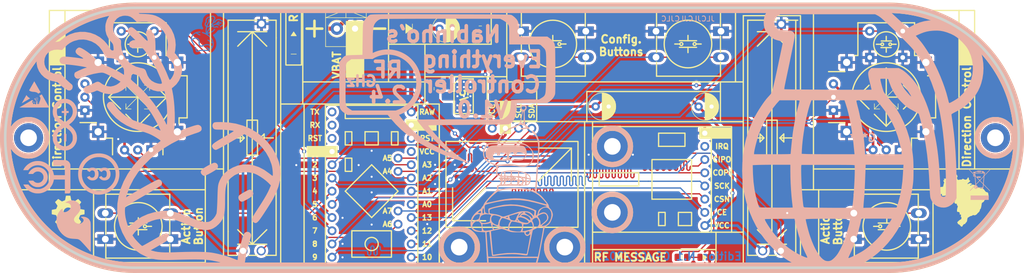
<source format=kicad_pcb>
(kicad_pcb (version 20211014) (generator pcbnew)
  (layers (0 "F.Cu" signal) (31 "B.Cu" signal) (34 "B.Paste" user) (35 "F.Paste" user) (36 "B.SilkS" user "B.Silkscreen") (37 "F.SilkS" user "F.Silkscreen") (38 "B.Mask" user) (39 "F.Mask" user) (44 "Edge.Cuts" user))
  (net 0 "")
  (net 1 "+5V")
  (net 2 "GND")
  (net 3 "VBUS")
  (net 4 "Net-(D1-Pad1)")
  (net 5 "Net-(D1-Pad2)")
  (net 6 "Net-(D3-Pad2)")
  (net 7 "CE")
  (net 8 "CSN")
  (net 9 "SCK")
  (net 10 "COPI")
  (net 11 "CIPO")
  (net 13 "SCL")
  (net 14 "SDA")
  (net 15 "LED1")
  (net 16 "SLIDER2")
  (net 17 "SLIDER1")
  (net 18 "BTN1")
  (net 19 "BTN2")
  (net 20 "BTN3")
  (net 21 "BTN4")
  (net 25 "J_BTN1")
  (net 26 "J_BTN2")
  (net 27 "JOY_X1")
  (net 28 "JOY_Y1")
  (net 29 "JOY_X2")
  (net 32 "JOY_Y2")
  (footprint "logos:brazil" (layer "F.Cu") (at 236.8 117.1)
    (fp_text reference "e")
    (fp_text value "LOGO" hide)
  )
  (footprint "Capacitor_THT:CP_Radial_D5.0mm_P2.50mm" (layer "F.Cu") (at 166.094888 99)
    (fp_text reference "C1")
    (fp_text value "0.1uF")
  )
  (footprint "logos:opensourceh" (layer "F.Cu") (at 64.6 119)
    (fp_text reference "Ge")
    (fp_text value "LOGO" hide)
  )
  (footprint "Capacitor_SMD:C_0805_2012Metric" (layer "F.Cu") (at 143.9 84 180)
    (fp_text reference "C5")
    (fp_text value "1uF")
  )
  (footprint "TEMT6000:Sparkfun_NRF24L01" (layer "F.Cu") (at 165.5 113 90)
    (fp_text reference "J1")
    (fp_text value "NRF24L01")
  )
  (footprint "MountingHole:MountingHole_3.2mm_M3_DIN965_Pad_TopBottom" (layer "F.Cu") (at 243 105)
    (fp_text reference "REF**")
    (fp_text value "MountingHole_3.2mm_M3_DIN965_Pad_TopBottom" hide)
  )
  (footprint "Potentiometer_THT:Potentiometer_Bourns_PTA3043_Single_Slide" (layer "F.Cu") (at 98.25 126.75 90)
    (fp_text reference "RV1")
    (fp_text value "Slider")
  )
  (footprint "Button_Switch_THT:SW_PUSH-12mm" (layer "F.Cu") (at 215.768396 119.503638)
    (fp_text reference "SW4")
    (fp_text value "SW_Push")
  )
  (footprint "LED_SMD:LED_0805_2012Metric" (layer "F.Cu") (at 108 85 -90)
    (fp_text reference "D1")
    (fp_text value "RED")
  )
  (footprint "Capacitor_SMD:C_0805_2012Metric" (layer "F.Cu") (at 134.5 95.55 90)
    (fp_text reference "C3")
    (fp_text value "1uF")
  )
  (footprint "TEMT6000:0.96_OLED" (layer "F.Cu") (at 150 103.1725)
    (fp_text reference "J2")
    (fp_text value "0.96_OLED")
  )
  (footprint "MountingHole:MountingHole_3.2mm_M3_DIN965_Pad_TopBottom" (layer "F.Cu") (at 57 105)
    (fp_text reference "REF**")
    (fp_text value "MountingHole_3.2mm_M3_DIN965_Pad_TopBottom" hide)
  )
  (footprint "Capacitor_THT:CP_Radial_D5.0mm_P2.50mm" (layer "F.Cu") (at 185.894888 99)
    (fp_text reference "C2")
    (fp_text value "0.1uF")
  )
  (footprint "LED_SMD:LED_0805_2012Metric" (layer "F.Cu") (at 187.1 128 180)
    (fp_text reference "D3")
    (fp_text value "RED")
  )
  (footprint "TEMT6000:Sparkfun_ProMini" (layer "F.Cu") (at 123 100.03)
    (fp_text reference "U1")
    (fp_text value "BB_ProMini")
  )
  (footprint "Diode_SMD:D_SMA" (layer "F.Cu") (at 130.2 84 180)
    (fp_text reference "D2")
    (fp_text value "SS34")
  )
  (footprint "Button_Switch_THT:SW_PUSH-12mm" (layer "F.Cu") (at 164.2 89.5 180)
    (fp_text reference "SW1")
    (fp_text value "SW_Push")
  )
  (footprint "Joystick:XDCR_COM-09032" (layer "F.Cu") (at 222 97.1725)
    (fp_text reference "U4")
    (fp_text value "Joystick")
  )
  (footprint "Button_Switch_THT:SW_PUSH-12mm" (layer "F.Cu") (at 190.2 89.496362 180)
    (fp_text reference "SW2")
    (fp_text value "SW_Push")
  )
  (footprint "Resistor_SMD:R_0805_2012Metric" (layer "F.Cu") (at 108 88.9 90)
    (fp_text reference "R1")
    (fp_text value "1k")
  )
  (footprint "Button_Switch_THT:SW_PUSH-12mm" (layer "F.Cu") (at 71.76 119.5)
    (fp_text reference "SW3")
    (fp_text value "SW_Push")
  )
  (footprint "logos:nabo" (layer "F.Cu") (at 91.5 85)
    (fp_text reference "G***")
    (fp_text value "LOGO" hide)
  )
  (footprint "Capacitor_THT:CP_Radial_D5.0mm_P2.50mm" (layer "F.Cu") (at 136.05 84)
    (fp_text reference "C4")
    (fp_text value "0.1uF")
  )
  (footprint "TerminalBlock_4Ucon:TerminalBlock_4Ucon_1x02_P3.50mm_Horizontal" (layer "F.Cu") (at 119.8 84 180)
    (fp_text reference "J3")
    (fp_text value "Conn_01x02")
  )
  (footprint "Package_TO_SOT_SMD:SOT-223-3_TabPin2" (layer "F.Cu") (at 140.7 97)
    (fp_text reference "U2")
    (fp_text value "AMS1117-5.0")
  )
  (footprint "Joystick:XDCR_COM-09032" (layer "F.Cu") (at 78 97.1725)
    (fp_text reference "U3")
    (fp_text value "Joystick")
  )
  (footprint "Resistor_SMD:R_0805_2012Metric" (layer "F.Cu") (at 182.7 128)
    (fp_text reference "R2")
    (fp_text value "1k")
  )
  (footprint "Potentiometer_THT:Potentiometer_Bourns_PTA3043_Single_Slide" (layer "F.Cu") (at 198.25 126.70037 90)
    (fp_text reference "RV2")
    (fp_text value "Slider")
  )
  (footprint "logos:sparkfun" (layer "B.Cu") (at 66 122 180)
    (fp_text reference "G***")
    (fp_text value "LOGO" hide)
  )
  (footprint "logos:fcc" (layer "B.Cu") (at 60.5 112.5 180)
    (fp_text reference "G***")
    (fp_text value "LOGO" hide)
  )
  (footprint "logos:esd_small" (layer "B.Cu") (at 58.1 96.65 180)
    (fp_text reference "G***")
    (fp_text value "LOGO" hide)
  )
  (footprint "logos:electronicgarbage_small" (layer "B.Cu") (at 239.95 113.95 180)
    (fp_text reference "G***")
    (fp_text value "LOGO" hide)
  )
  (footprint "logos:arduino" (layer "B.Cu") (at 64 102.5 90)
    (fp_text reference "G***")
    (fp_text value "LOGO" hide)
  )
  (footprint "logos:granada_grande" (layer "B.Cu") (at 217.5 105 180)
    (fp_text reference "G***")
    (fp_text value "LOGO" hide)
  )
  (footprint "logos:creative-commons" (layer "B.Cu") (at 70.5 112 180)
    (fp_text reference "G***")
    (fp_text value "LOGO" hide)
  )
  (footprint "logos:bender" (layer "B.Cu") (at 149.9 113.4 180)
    (fp_text reference "G***")
    (fp_text value "LOGO" hide)
  )
  (footprint "logos:nabo_grande" (layer "B.Cu") (at 82 105 180)
    (fp_text reference "G***")
    (fp_text value "LOGO" hide)
  )
  (footprint "logos:comic_balloon" (layer "B.Cu") (at 137.52662 95.6 180)
    (fp_text reference "G***")
    (fp_text value "LOGO" hide)
  )
  (gr_circle (center 160.15 126.05) (end 163.65 126.05) (layer "B.SilkS") (width 1) (fill none))
  (gr_circle (center 169.3 119.35) (end 172.8 119.35) (layer "B.SilkS") (width 1) (fill none))
  (gr_circle (center 169.3 106.65) (end 172.8 106.65) (layer "B.SilkS") (width 1) (fill none))
  (gr_line (start 77.5 130) (end 222.5 130) (layer "B.SilkS") (width 2))
  (gr_arc (start 222.5 80) (mid 247.5 105) (end 222.5 130) (layer "B.SilkS") (width 2))
  (gr_arc (start 77.5 130) (mid 52.5 105) (end 77.5 80) (layer "B.SilkS") (width 2))
  (gr_line (start 155.01 128.06) (end 154.61 129.56) (layer "B.SilkS") (width 0.3))
  (gr_line (start 222.5 80) (end 77.5 80) (layer "B.SilkS") (width 2))
  (gr_arc (start 123.02662 89.35) (mid 131.681167 92.32722) (end 127.27662 100.35) (layer "B.SilkS") (width 1))
  (gr_circle (center 139.85 126.05) (end 143.35 126.05) (layer "B.SilkS") (width 1) (fill none))
  (gr_line (start 145.3 128) (end 145.4 129.6) (layer "B.SilkS") (width 0.3))
  (gr_circle (center 57 105) (end 60.5 105) (layer "B.SilkS") (width 1) (fill none))
  (gr_circle (center 243 105) (end 246.5 105) (layer "B.SilkS") (width 1) (fill none))
  (gr_line (start 190.1 101.9) (end 194.5 101.9) (layer "F.SilkS") (width 0.25))
  (gr_line (start 165.5 123.16) (end 165.5 126.5) (layer "F.SilkS") (width 0.25))
  (gr_rect (start 64 91) (end 61 85) (layer "F.SilkS") (width 0.15) (fill solid))
  (gr_line (start 145.25 93.25) (end 133.25 93.25) (layer "F.SilkS") (width 0.25))
  (gr_line (start 126.25 94.25) (end 133.25 94.25) (layer "F.SilkS") (width 0.25))
  (gr_arc (start 222.5 80) (mid 247.5 105) (end 222.5 130) (layer "F.SilkS") (width 2))
  (gr_line (start 109.75 94.25) (end 109.75 98.5) (layer "F.SilkS") (width 0.25))
  (gr_circle (center 57 105) (end 60.5 105) (layer "F.SilkS") (width 1) (fill none))
  (gr_circle (center 169.3 119.35) (end 172.8 119.35) (layer "F.SilkS") (width 1) (fill none))
  (gr_line (start 165.5 102.84) (end 165.5 101.9) (layer "F.SilkS") (width 0.25))
  (gr_circle (center 243 105) (end 246.5 105) (layer "F.SilkS") (width 1) (fill none))
  (gr_line (start 110.5 84) (end 113.5 84) (layer "F.SilkS") (width 0.5))
  (gr_line (start 133.25 93.4) (end 133.25 87) (layer "F.SilkS") (width 0.25))
  (gr_rect (start 69.5 115) (end 91 129) (layer "F.SilkS") (width 0.25) (fill none))
  (gr_line (start 231 115) (end 231 111) (layer "F.SilkS") (width 0.25))
  (gr_line (start 122.6 84) (end 125.6 84) (layer "F.SilkS") (width 0.5))
  (gr_line (start 189.25 126.5) (end 189.25 123.15) (layer "F.SilkS") (width 0.25))
  (gr_line (start 69.5 115) (end 55.3 115) (layer "F.SilkS") (width 0.25))
  (gr_line (start 145.25 93.25) (end 149 93.25) (layer "F.SilkS") (width 0.25))
  (gr_line (start 190.1 96.1) (end 190.1 94.25) (layer "F.SilkS") (width 0.25))
  (gr_line (start 126.3 87) (end 146 87) (layer "F.SilkS") (width 0.25))
  (gr_rect (start 188.36 102.84) (end 192.25 123.16) (layer "F.SilkS") (width 0.25) (fill none))
  (gr_line (start 133.25 93.25) (end 133.25 98.475) (layer "F.SilkS") (width 0.25))
  (gr_line (start 193 94.25) (end 194.5 94.25) (layer "F.SilkS") (width 0.25))
  (gr_line (start 64 111) (end 64 80.5) (layer "F.SilkS") (width 0.25))
  (gr_rect (start 208 80.5) (end 239 111) (layer "F.SilkS") (width 0.25) (fill none))
  (gr_rect (start 145.25 98) (end 154.75 101.75) (layer "F.SilkS") (width 0.25) (fill none))
  (gr_line (start 61 111) (end 61 115) (layer "F.SilkS") (width 0.25))
  (gr_rect (start 231 129) (end 209 115) (layer "F.SilkS") (width 0.25) (fill none))
  (gr_line (start 77.5 130) (end 222.5 130) (layer "F.SilkS") (width 2))
  (gr_line (start 146 87) (end 146 80.9) (layer "F.SilkS") (width 0.25))
  (gr_line (start 222.4 80) (end 77.4 80) (layer "F.SilkS") (width 2))
  (gr_line (start 92 111) (end 94.5 111) (layer "F.SilkS") (width 0.25))
  (gr_rect (start 118.1 82.6) (end 121.5 93.4) (layer "F.SilkS") (width 0.15) (fill solid))
  (gr_rect (start 109.75 80.5) (end 126.25 94.25) (layer "F.SilkS") (width 0.25) (fill none))
  (gr_line (start 239 111) (end 246.2 111) (layer "F.SilkS") (width 0.25))
  (gr_rect (start 110 98.5) (end 136 129.5) (layer "F.SilkS") (width 0.25) (fill none))
  (gr_line (start 192.25 123.16) (end 194.5 123.16) (layer "F.SilkS") (width 0.25))
  (gr_line (start 209 115) (end 205.55 115) (layer "F.SilkS") (width 0.25))
  (gr_rect (start 164.4 96.1) (end 190.1 101.9) (layer "F.SilkS") (width 0.25) (fill none))
  (gr_circle (center 169.3 106.65) (end 172.8 106.65) (layer "F.SilkS") (width 1) (fill none))
  (gr_circle (center 139.85 126.05) (end 143.35 126.1) (layer "F.SilkS") (width 1) (fill none))
  (gr_line (start 154.75 98) (end 154.75 94.25) (layer "F.SilkS") (width 0.25))
  (gr_rect (start 239 91) (end 236 85) (layer "F.SilkS") (width 0.15) (fill solid))
  (gr_rect (start 149 80) (end 193 94.25) (layer "F.SilkS") (width 0.25) (fill none))
  (gr_line (start 236 80.5) (end 236 111) (layer "F.SilkS") (width 0.25))
  (gr_line (start 110 98.5) (end 105.5 98.5) (layer "F.SilkS") (width 0.25))
  (gr_line (start 112 85.5) (end 112 82.5) (layer "F.SilkS") (width 0.5))
  (gr_rect (start 109.5 91) (end 106.5 80.75) (layer "F.SilkS") (width 0.25) (fill none))
  (gr_rect (start 92 111) (end 61 80.5) (layer "F.SilkS") (width 0.25) (fill none))
  (gr_rect (start 165.5 126.5) (end 189.25 129.25) (layer "F.SilkS") (width 0.25) (fill none))
  (gr_rect (start 194.5 81.5) (end 205.5 129.5) (layer "F.SilkS") (width 0.25) (fill none))
  (gr_line (start 91 115) (end 91 111) (layer "F.SilkS") (width 0.25))
  (gr_line (start 145.25 98) (end 145.25 93.25) (layer "F.SilkS") (width 0.25))
  (gr_line (start 208 111) (end 208 115) (layer "F.SilkS") (width 0.25))
  (gr_rect (start 94.5 80.5) (end 105.5 129.5) (layer "F.SilkS") (width 0.25) (fill none))
  (gr_circle (center 160.15 126.05) (end 163.65 126.05) (layer "F.SilkS") (width 1) (fill none))
  (gr_arc (start 77.5 130) (mid 52.5 105) (end 77.5 80) (layer "F.SilkS") (width 2))
  (gr_line (start 164.4 101.9) (end 163.9 101.9025) (layer "F.SilkS") (width 0.25))
  (gr_line (start 222.5 80) (end 77.5 80) (layer "Edge.Cuts") (width 0.5))
  (gr_line (start 77.5 130) (end 222.5 130) (layer "Edge.Cuts") (width 0.5))
  (gr_arc (start 222.5 80) (mid 247.5 105) (end 222.5 130) (layer "Edge.Cuts") (width 0.5))
  (gr_arc (start 77.5 130) (mid 52.5 105) (end 77.5 80) (layer "Edge.Cuts") (width 0.5))
  (gr_text "Edition N.1 09/01/2023" (at 180 127.8) (layer "B.Cu") (effects (font (size 1.5 1.5) (thickness 0.3)) (justify mirror)))
  (gr_text "V1.0" (at 144.3 99.6) (layer "B.SilkS") (effects (font (size 3 3) (thickness 0.7)) (justify mirror)))
  (gr_text "Everything\nController" (at 144.27662 92.35) (layer "B.SilkS") (effects (font (size 3 3) (thickness 0.7)) (justify mirror)))
  (gr_text "RF\n2.4" (at 126.1 94.35) (layer "B.SilkS") (effects (font (size 3 3) (thickness 0.7)) (justify mirror)))
  (gr_text "Nabinho's" (at 136.77662 85.1) (layer "B.SilkS") (effects (font (size 3 3) (thickness 0.7)) (justify mirror)))
  (gr_text "JLCJLCJLCJLC" (at 183.85 82.1) (layer "B.SilkS") (effects (font (size 1 1)) (justify mirror)))
  (gr_text "GHz" (at 121.02662 94.1) (layer "B.SilkS") (effects (font (size 2 2) (thickness 0.5)) (justify mirror)))
  (gr_text "Action\nButton" (at 88.5 122 90) (layer "F.SilkS") (effects (font (size 1.5 1.5) (thickness 0.35))))
  (gr_text "Direction Control" (at 62.5 101 90) (layer "F.SilkS") (effects (font (size 1.5 1.5) (thickness 0.35))))
  (gr_text "Config.\nButtons" (at 171 87.25) (layer "F.SilkS") (effects (font (size 1.5 1.5) (thickness 0.35))))
  (gr_text "RF MESSAGE" (at 172.75 128) (layer "F.SilkS") (effects (font (size 1.5 1.5) (thickness 0.35))))
  (gr_text "13" (at 133.65 120.35) (layer "F.SilkS") (effects (font (size 1 1) (thickness 0.25))))
  (gr_text "Action\nButton" (at 211.5 122 90) (layer "F.SilkS") (effects (font (size 1.5 1.5) (thickness 0.35))))
  (gr_text "VBAT" (at 116.3 91 90) (layer "F.SilkS") (effects (font (size 1.5 1.5) (thickness 0.35))))
  (gr_text "R" (at 108 82 90) (layer "F.SilkS") (effects (font (size 1.5 1.5) (thickness 0.35))))
  (gr_text "12" (at 133.65 122.9) (layer "F.SilkS") (effects (font (size 1 1) (thickness 0.25))))
  (gr_text "Direction Control" (at 237.5 101 90) (layer "F.SilkS") (effects (font (size 1.5 1.5) (thickness 0.35))))
  (segment (start 192.42 105.53) (end 183.47 96.58) (width 0.5) (layer "F.Cu") (net 1))
  (segment (start 198.224292 126.75) (end 217.644292 107.33) (width 0.5) (layer "F.Cu") (net 1))
  (segment (start 150.375282 98.984718) (end 146.19 103.17) (width 0.5) (layer "F.Cu") (net 1))
  (segment (start 219.46 102.25) (end 211.84 94.63) (width 0.5) (layer "F.Cu") (net 1))
  (segment (start 166.093556 98.984718) (end 150.375282 98.984718) (width 0.5) (layer "F.Cu") (net 1))
  (segment (start 75.46 102.25) (end 67.84 94.63) (width 0.5) (layer "F.Cu") (net 1))
  (segment (start 75.46 107.3325) (end 75.46 102.25) (width 0.5) (layer "F.Cu") (net 1))
  (segment (start 217.644292 107.33) (end 219.46 107.33) (width 0.5) (layer "F.Cu") (net 1))
  (segment (start 144.85 92.83) (end 144.85 93.93) (width 0.5) (layer "F.Cu") (net 1))
  (segment (start 168.498274 96.58) (end 166.093556 98.984718) (width 0.5) (layer "F.Cu") (net 1))
  (segment (start 183.47 96.58) (end 168.498274 96.58) (width 0.5) (layer "F.Cu") (net 1))
  (segment (start 144.85 84) (end 144.85 92.83) (width 0.5) (layer "F.Cu") (net 1))
  (segment (start 146.19 103.1725) (end 146.19 101.69) (width 0.5) (layer "F.Cu") (net 1))
  (segment (start 219.46 107.3325) (end 219.46 102.25) (width 0.5) (layer "F.Cu") (net 1))
  (segment (start 146.19 101.69) (end 144.31 99.81) (width 0.5) (layer "F.Cu") (net 1))
  (segment (start 192.42 115.65) (end 192.42 105.53) (width 0.5) (layer "F.Cu") (net 1))
  (via (at 192.42 115.65) (size 0.8) (drill 0.4) (layers "F.Cu" "B.Cu") (net 1))
  (via (at 140.75 98.75) (size 0.8) (drill 0.4) (layers "F.Cu" "B.Cu") (net 1))
  (via (at 142 95.25) (size 0.8) (drill 0.4) (layers "F.Cu" "B.Cu") (net 1))
  (via (at 139.5 99.75) (size 0.8) (drill 0.4) (layers "F.Cu" "B.Cu") (net 1))
  (via (at 140.75 97) (size 0.8) (drill 0.4) (layers "F.Cu" "B.Cu") (net 1))
  (via (at 139.5 97) (size 0.8) (drill 0.4) (layers "F.Cu" "B.Cu") (net 1))
  (via (at 139.5 98.75) (size 0.8) (drill 0.4) (layers "F.Cu" "B.Cu") (net 1))
  (via (at 140.75 95.25) (size 0.8) (drill 0.4) (layers "F.Cu" "B.Cu") (net 1))
  (via (at 142 94.25) (size 0.8) (drill 0.4) (layers "F.Cu" "B.Cu") (net 1))
  (via (at 144.85 92.83) (size 0.8) (drill 0.4) (layers "F.Cu" "B.Cu") (net 1))
  (via (at 140.75 94.25) (size 0.8) (drill 0.4) (layers "F.Cu" "B.Cu") (net 1))
  (via (at 142 98.75) (size 0.8) (drill 0.4) (layers "F.Cu" "B.Cu") (net 1))
  (via (at 139.5 94.25) (size 0.8) (drill 0.4) (layers "F.Cu" "B.Cu") (net 1))
  (via (at 140.75 99.75) (size 0.8) (drill 0.4) (layers "F.Cu" "B.Cu") (net 1))
  (via (at 142 99.75) (size 0.8) (drill 0.4) (layers "F.Cu" "B.Cu") (net 1))
  (via (at 139.5 95.25) (size 0.8) (drill 0.4) (layers "F.Cu" "B.Cu") (net 1))
  (via (at 142 97) (size 0.8) (drill 0.4) (layers "F.Cu" "B.Cu") (net 1))
  (segment (start 98.25 110.32) (end 115.74 92.83) (width 0.5) (layer "B.Cu") (net 1))
  (segment (start 98.25 126.75) (end 94.87 126.75) (width 0.5) (layer "B.Cu") (net 1))
  (segment (start 192.42 115.65) (end 192.42 116.56) (width 0.5) (layer "B.Cu") (net 1))
  (segment (start 192.42 116.56) (end 187.09 121.89) (width 0.5) (layer "B.Cu") (net 1))
  (segment (start 115.74 92.83) (end 144.85 92.83) (width 0.5) (layer "B.Cu") (net 1))
  (segment (start 193.36 121.89) (end 198.22 126.75) (width 0.5) (layer "B.Cu") (net 1))
  (segment (start 98.25 110.32) (end 98.25 126.75) (width 0.5) (layer "B.Cu") (net 1))
  (segment (start 75.46 107.34) (end 75.46 107.33) (width 0.5) (layer "B.Cu") (net 1))
  (segment (start 94.87 126.75) (end 75.46 107.34) (width 0.5) (layer "B.Cu") (net 1))
  (segment (start 187.09 121.89) (end 193.36 121.89) (width 0.5) (layer "B.Cu") (net 1))
  (via (at 123 115.5) (size 0.8) (drill 0.4) (layers "F.Cu" "B.Cu") (net 2))
  (via (at 108.5 110.25) (size 0.8) (drill 0.4) (layers "F.Cu" "B.Cu") (net 2))
  (via (at 139 110.2) (size 0.8) (drill 0.4) (layers "F.Cu" "B.Cu") (net 2))
  (via (at 173.25 108.25) (size 0.8) (drill 0.4) (layers "F.Cu" "B.Cu") (net 2))
  (via (at 117.4 120.4) (size 0.8) (drill 0.4) (layers "F.Cu" "B.Cu") (net 2))
  (via (at 138 107.5) (size 0.8) (drill 0.4) (layers "F.Cu" "B.Cu") (net 2))
  (via (at 123 112.5) (size 0.8) (drill 0.4) (layers "F.Cu" "B.Cu") (net 2))
  (via (at 133.7 121.6) (size 0.8) (drill 0.4) (layers "F.Cu" "B.Cu") (net 2))
  (via (at 117.4 125.4) (size 0.8) (drill 0.4) (layers "F.Cu" "B.Cu") (net 2))
  (via (at 135.2 113.9) (size 0.8) (drill 0.4) (layers "F.Cu" "B.Cu") (net 2))
  (via (at 123 121.7) (size 0.8) (drill 0.4) (layers "F.Cu" "B.Cu") (net 2))
  (via (at 123 107.5) (size 0.8) (drill 0.4) (layers "F.Cu" "B.Cu") (net 2))
  (via (at 74.25 105.25) (size 0.8) (drill 0.4) (layers "F.Cu" "B.Cu") (net 2))
  (via (at 120.5 110.25) (size 0.8) (drill 0.4) (layers "F.Cu" "B.Cu") (net 2))
  (via (at 139.8 113) (size 0.8) (drill 0.4) (layers "F.Cu" "B.Cu") (net 2))
  (via (at 135.2 110.2) (size 0.8) (drill 0.4) (layers "F.Cu" "B.Cu") (net 2))
  (via (at 164.75 108.25) (size 0.8) (drill 0.4) (layers "F.Cu" "B.Cu") (net 2))
  (via (at 136.75 129) (size 0.8) (drill 0.4) (layers "F.Cu" "B.Cu") (net 2))
  (via (at 117.4 128) (size 0.8) (drill 0.4) (layers "F.Cu" "B.Cu") (net 2))
  (segment (start 130.62 85.58) (end 132.2 84) (width 0.8) (layer "F.Cu") (net 3))
  (segment (start 133.875 97.135) (end 133.995 97.015) (width 0.8) (layer "F.Cu") (net 3))
  (segment (start 133.995 97.015) (end 134.945 97.015) (width 0.8) (layer "F.Cu") (net 3))
  (segment (start 137.3 99.3) (end 137.23 99.3) (width 0.8) (layer "F.Cu") (net 3))
  (segment (start 133.875 97.135) (end 134.5 96.51) (width 0.8) (layer "F.Cu") (net 3))
  (segment (start 134.945 97.015) (end 134.5 96.57) (width 0.8) (layer "F.Cu") (net 3))
  (segment (start 130.62 100.03) (end 130.62 85.58) (width 0.8) (layer "F.Cu") (net 3))
  (segment (start 134.5 96.51) (end 134.5 96.5) (width 0.8) (layer "F.Cu") (net 3))
  (segment (start 132.2 84) (end 136.05 84) (width 0.8) (layer "F.Cu") (net 3))
  (segment (start 130.98 100.03) (end 133.875 97.135) (width 0.8) (layer "F.Cu") (net 3))
  (segment (start 130.62 100.03) (end 130.98 100.03) (width 0.8) (layer "F.Cu") (net 3))
  (segment (start 134.5 96.57) (end 134.5 96.5) (width 0.8) (layer "F.Cu") (net 3))
  (segment (start 137.23 99.3) (end 134.945 97.015) (width 0.8) (layer "F.Cu") (net 3))
  (segment (start 137.55 99.3) (end 137.3 99.3) (width 0.25) (layer "F.Cu") (net 3))
  (segment (start 119.375 80.925) (end 125.125 80.925) (width 0.8) (layer "F.Cu") (net 4))
  (segment (start 116.3 84) (end 119.375 80.925) (width 0.8) (layer "F.Cu") (net 4))
  (segment (start 125.125 80.925) (end 128.2 84) (width 0.8) (layer "F.Cu") (net 4))
  (segment (start 116.3 84) (end 108 84) (width 0.8) (layer "F.Cu") (net 4))
  (segment (start 108 85.9375) (end 108 87.99) (width 0.8) (layer "F.Cu") (net 5))
  (segment (start 183.6125 128) (end 186.16 128) (width 0.25) (layer "F.Cu") (net 6))
  (segment (start 122.85 127) (end 122.85 126.109777) (width 0.25) (layer "B.Cu") (net 7))
  (segment (start 123.45 126.109777) (end 123.45 126.7) (width 0.25) (layer "B.Cu") (net 7))
  (segment (start 182.4 114.66) (end 187.09 119.35) (width 0.25) (layer "B.Cu") (net 7))
  (segment (start 115.38 127.97) (end 116.65 126.7) (width 0.25) (layer "B.Cu") (net 7))
  (segment (start 124.05 127.290223) (end 124.05 126.7) (width 0.25) (layer "B.Cu") (net 7))
  (segment (start 125.809038 126.7) (end 132.8 126.7) (width 0.25) (layer "B.Cu") (net 7))
  (segment (start 123.45 126.7) (end 123.45 127.290223) (width 0.25) (layer "B.Cu") (net 7))
  (segment (start 122.85 127.290223) (end 122.85 127) (width 0.25) (layer "B.Cu") (net 7))
  (segment (start 116.65 126.7) (end 121.95 126.7) (width 0.25) (layer "B.Cu") (net 7))
  (segment (start 124.65 126.109777) (end 124.65 126.4) (width 0.25) (layer "B.Cu") (net 7))
  (segment (start 122.25 127) (end 122.25 127.290223) (width 0.25) (layer "B.Cu") (net 7))
  (segment (start 144.84 114.66) (end 182.4 114.66) (width 0.25) (layer "B.Cu") (net 7))
  (segment (start 124.95 126.7) (end 125.809038 126.7) (width 0.25) (layer "B.Cu") (net 7))
  (segment (start 132.8 126.7) (end 144.84 114.66) (width 0.25) (layer "B.Cu") (net 7))
  (segment (start 124.05 126.7) (end 124.05 126.109777) (width 0.25) (layer "B.Cu") (net 7))
  (arc (start 123.75 127.590223) (mid 123.962132 127.502355) (end 124.05 127.290223) (width 0.25) (layer "B.Cu") (net 7))
  (arc (start 122.85 126.109777) (mid 122.937868 125.897645) (end 123.15 125.809777) (width 0.25) (layer "B.Cu") (net 7))
  (arc (start 124.05 126.109777) (mid 124.137868 125.897645) (end 124.35 125.809777) (width 0.25) (layer "B.Cu") (net 7))
  (arc (start 123.45 127.290223) (mid 123.537868 127.502355) (end 123.75 127.590223) (width 0.25) (layer "B.Cu") (net 7))
  (arc (start 122.55 127.590223) (mid 122.762132 127.502355) (end 122.85 127.290223) (width 0.25) (layer "B.Cu") (net 7))
  (arc (start 124.65 126.4) (mid 124.737868 126.612132) (end 124.95 126.7) (width 0.25) (layer "B.Cu") (net 7))
  (arc (start 121.95 126.7) (mid 122.162132 126.787868) (end 122.25 127) (width 0.25) (layer "B.Cu") (net 7))
  (arc (start 122.25 127.290223) (mid 122.337868 127.502355) (end 122.55 127.590223) (width 0.25) (layer "B.Cu") (net 7))
  (arc (start 123.15 125.809777) (mid 123.362132 125.897645) (end 123.45 126.109777) (width 0.25) (layer "B.Cu") (net 7))
  (arc (start 124.35 125.809777) (mid 124.562132 125.897645) (end 124.65 126.109777) (width 0.25) (layer "B.Cu") (net 7))
  (segment (start 186.06 115.78) (end 187.09 116.81) (width 0.25) (layer "F.Cu") (net 8))
  (segment (start 156.08 115.78) (end 156.08 115.11868) (width 0.25) (layer "F.Cu") (net 8))
  (segment (start 157.88 115.11868) (end 157.88 115.48) (width 0.25) (layer "F.Cu") (net 8))
  (segment (start 152.48 116.44132) (end 152.48 115.78) (width 0.25) (layer "F.Cu") (net 8))
  (segment (start 133.12 127.97) (end 145.31 115.78) (width 0.25) (layer "F.Cu") (net 8))
  (segment (start 158.18 115.78) (end 186.06 115.78) (width 0.25) (layer "F.Cu") (net 8))
  (segment (start 150.08 116.44132) (end 150.08 116.08) (width 0.25) (layer "F.Cu") (net 8))
  (segment (start 130.62 127.97) (end 133.12 127.97) (width 0.25) (layer "F.Cu") (net 8))
  (segment (start 145.31 115.78) (end 149.18 115.78) (width 0.25) (layer "F.Cu") (net 8))
  (segment (start 155.48 115.78) (end 155.48 116.44132) (width 0.25) (layer "F.Cu") (net 8))
  (segment (start 156.08 116.44132) (end 156.08 115.78) (width 0.25) (layer "F.Cu") (net 8))
  (segment (start 151.88 115.11868) (end 151.88 115.78) (width 0.25) (layer "F.Cu") (net 8))
  (segment (start 151.28 115.78) (end 151.28 115.11868) (width 0.25) (layer "F.Cu") (net 8))
  (segment (start 153.08 115.11868) (end 153.08 115.78) (width 0.25) (layer "F.Cu") (net 8))
  (segment (start 151.28 116.44132) (end 151.28 115.78) (width 0.25) (layer "F.Cu") (net 8))
  (segment (start 154.88 115.78) (end 154.88 115.11868) (width 0.25) (layer "F.Cu") (net 8))
  (segment (start 156.68 115.78) (end 156.68 116.44132) (width 0.25) (layer "F.Cu") (net 8))
  (segment (start 149.48 116.08) (end 149.48 116.44132) (width 0.25) (layer "F.Cu") (net 8))
  (segment (start 156.68 115.11868) (end 156.68 115.78) (width 0.25) (layer "F.Cu") (net 8))
  (segment (start 154.28 115.78) (end 154.28 116.44132) (width 0.25) (layer "F.Cu") (net 8))
  (segment (start 152.48 115.78) (end 152.48 115.11868) (width 0.25) (layer "F.Cu") (net 8))
  (segment (start 153.68 116.44132) (end 153.68 115.78) (width 0.25) (layer "F.Cu") (net 8))
  (segment (start 154.28 115.11868) (end 154.28 115.78) (width 0.25) (layer "F.Cu") (net 8))
  (segment (start 154.88 116.44132) (end 154.88 115.78) (width 0.25) (layer "F.Cu") (net 8))
  (segment (start 153.68 115.78) (end 153.68 115.11868) (width 0.25) (layer "F.Cu") (net 8))
  (segment (start 151.88 115.78) (end 151.88 116.44132) (width 0.25) (layer "F.Cu") (net 8))
  (segment (start 150.08 116.08) (end 150.08 115.11868) (width 0.25) (layer "F.Cu") (net 8))
  (segment (start 155.48 115.11868) (end 155.48 115.78) (width 0.25) (layer "F.Cu") (net 8))
  (segment (start 150.68 115.78) (end 150.68 116.44132) (width 0.25) (layer "F.Cu") (net 8))
  (segment (start 153.08 115.78) (end 153.08 116.44132) (width 0.25) (layer "F.Cu") (net 8))
  (segment (start 157.28 115.78) (end 157.28 115.11868) (width 0.25) (layer "F.Cu") (net 8))
  (segment (start 157.28 116.44132) (end 157.28 115.78) (width 0.25) (layer "F.Cu") (net 8))
  (segment (start 150.68 115.11868) (end 150.68 115.78) (width 0.25) (layer "F.Cu") (net 8))
  (arc (start 157.88 115.48) (mid 157.967868 115.692132) (end 158.18 115.78) (width 0.25) (layer "F.Cu") (net 8))
  (arc (start 153.98 114.81868) (mid 154.192132 114.906548) (end 154.28 115.11868) (width 0.25) (layer "F.Cu") (net 8))
  (arc (start 150.08 115.11868) (mid 150.167868 114.906548) (end 150.38 114.81868) (width 0.25) (layer "F.Cu") (net 8))
  (arc (start 156.38 114.81868) (mid 156.592132 114.906548) (end 156.68 115.11868) (width 0.25) (layer "F.Cu") (net 8))
  (arc (start 154.28 116.44132) (mid 154.367868 116.653452) (end 154.58 116.74132) (width 0.25) (layer "F.Cu") (net 8))
  (arc (start 152.78 114.81868) (mid 152.992132 114.906548) (end 153.08 115.11868) (width 0.25) (layer "F.Cu") (net 8))
  (arc (start 150.68 116.44132) (mid 150.767868 116.653452) (end 150.98 116.74132) (width 0.25) (layer "F.Cu") (net 8))
  (arc (start 152.48 115.11868) (mid 152.567868 114.906548) (end 152.78 114.81868) (width 0.25) (layer "F.Cu") (net 8))
  (arc (start 156.98 116.74132) (mid 157.192132 116.653452) (end 157.28 116.44132) (width 0.25) (layer "F.Cu") (net 8))
  (arc (start 151.88 116.44132) (mid 151.967868 116.653452) (end 152.18 116.74132) (width 0.25) (layer "F.Cu") (net 8))
  (arc (start 150.98 116.74132) (mid 151.192132 116.653452) (end 151.28 116.44132) (width 0.25) (layer "F.Cu") (net 8))
  (arc (start 156.08 115.11868) (mid 156.167868 114.906548) (end 156.38 114.81868) (width 0.25) (layer "F.Cu") (net 8))
  (arc (start 153.68 115.11868) (mid 153.767868 114.906548) (end 153.98 114.81868) (width 0.25) (layer "F.Cu") (net 8))
  (arc (start 155.78 116.74132) (mid 155.992132 116.653452) (end 156.08 116.44132) (width 0.25) (layer "F.Cu") (net 8))
  (arc (start 152.18 116.74132) (mid 152.392132 116.653452) (end 152.48 116.44132) (width 0.25) (layer "F.Cu") (net 8))
  (arc (start 149.48 116.44132) (mid 149.567868 116.653452) (end 149.78 116.74132) (width 0.25) (layer "F.Cu") (net 8))
  (arc (start 150.38 114.81868) (mid 150.592132 114.906548) (end 150.68 115.11868) (width 0.25) (layer "F.Cu") (net 8))
  (arc (start 151.58 114.81868) (mid 151.792132 114.906548) (end 151.88 115.11868) (width 0.25) (layer "F.Cu") (net 8))
  (arc (start 155.48 116.44132) (mid 155.567868 116.653452) (end 155.78 116.74132) (width 0.25) (layer "F.Cu") (net 8))
  (arc (start 154.88 115.11868) (mid 154.967868 114.906548) (end 155.18 114.81868) (width 0.25) (layer "F.Cu") (net 8))
  (arc (start 149.18 115.78) (mid 149.392132 115.867868) (end 149.48 116.08) (width 0.25) (layer "F.Cu") (net 8))
  (arc (start 153.08 116.44132) (mid 153.167868 116.653452) (end 153.38 116.74132) (width 0.25) (layer "F.Cu") (net 8))
  (arc (start 149.78 116.74132) (mid 149.992132 116.653452) (end 150.08 116.44132) (width 0.25) (layer "F.Cu") (net 8))
  (arc (start 157.58 114.81868) (mid 157.792132 114.906548) (end 157.88 115.11868) (width 0.25) (layer "F.Cu") (net 8))
  (arc (start 155.18 114.81868) (mid 155.392132 114.906548) (end 155.48 115.11868) (width 0.25) (layer "F.Cu") (net 8))
  (arc (start 154.58 116.74132) (mid 154.792132 116.653452) (end 154.88 116.44132) (width 0.25) (layer "F.Cu") (net 8))
  (arc (start 157.28 115.11868) (mid 157.367868 114.906548) (end 157.58 114.81868) (width 0.25) (layer "F.Cu") (net 8))
  (arc (start 151.28 115.11868) (mid 151.367868 114.906548) (end 151.58 114.81868) (width 0.25) (layer "F.Cu") (net 8))
  (arc (start 153.38 116.74132) (mid 153.592132 116.653452) (end 153.68 116.44132) (width 0.25) (layer "F.Cu") (net 8))
  (arc (start 156.68 116.44132) (mid 156.767868 116.653452) (end 156.98 116.74132) (width 0.25) (layer "F.Cu") (net 8))
  (segment (start 157.49 112.66) (end 157.49 113.36) (width 0.25) (layer "B.Cu") (net 9))
  (segment (start 138.24 120.35) (end 145.23 113.36) (width 0.25) (layer "B.Cu") (net 9))
  (segment (start 161.09 113.36) (end 161.09 113.91) (width 0.25) (layer "B.Cu") (net 9))
  (segment (start 155.69 113.66) (end 155.69 112.66) (width 0.25) (layer "B.Cu") (net 9))
  (segment (start 162.89 113.91) (end 162.89 113.36) (width 0.25) (layer "B.Cu") (net 9))
  (segment (start 159.89 112.66) (end 159.89 113.36) (width 0.25) (layer "B.Cu") (net 9))
  (segment (start 162.89 113.36) (end 162.89 112.66) (width 0.25) (layer "B.Cu") (net 9))
  (segment (start 164.69 112.66) (end 164.69 113.06) (width 0.25) (layer "B.Cu") (net 9))
  (segment (start 156.29 112.66) (end 156.29 113.36) (width 0.25) (layer "B.Cu") (net 9))
  (segment (start 162.29 112.66) (end 162.29 113.36) (width 0.25) (layer "B.Cu") (net 9))
  (segment (start 187.09 114.27) (end 187.1 114.26) (width 0.25) (layer "B.Cu") (net 9))
  (segment (start 155.69 113.91) (end 155.69 113.66) (width 0.25) (layer "B.Cu") (net 9))
  (segment (start 164.99 113.36) (end 176.222392 113.36) (width 0.25) (layer "B.Cu") (net 9))
  (segment (start 161.69 113.36) (end 161.69 112.66) (width 0.25) (layer "B.Cu") (net 9))
  (segment (start 160.49 113.36) (end 160.49 112.66) (width 0.25) (layer "B.Cu") (net 9))
  (segment (start 164.09 113.36) (end 164.09 112.66) (width 0.25) (layer "B.Cu") (net 9))
  (segment (start 162.29 113.36) (end 162.29 113.91) (width 0.25) (layer "B.Cu") (net 9))
  (segment (start 160.49 113.91) (end 160.49 113.36) (width 0.25) (layer "B.Cu") (net 9))
  (segment (start 159.29 113.36) (end 159.29 112.66) (width 0.25) (layer "B.Cu") (net 9))
  (segment (start 158.09 113.36) (end 158.09 112.66) (width 0.25) (layer "B.Cu") (net 9))
  (segment (start 157.49 113.36) (end 157.49 113.91) (width 0.25) (layer "B.Cu") (net 9))
  (segment (start 130.62 120.35) (end 138.24 120.35) (width 0.25) (layer "B.Cu") (net 9))
  (segment (start 163.49 113.36) (end 163.49 113.91) (width 0.25) (layer "B.Cu") (net 9))
  (segment (start 186.18 113.36) (end 187.09 114.27) (width 0.25) (layer "B.Cu") (net 9))
  (segment (start 155.09 113.66) (end 155.09 113.91) (width 0.25) (layer "B.Cu") (net 9))
  (segment (start 163.49 112.66) (end 163.49 113.36) (width 0.25) (layer "B.Cu") (net 9))
  (segment (start 158.69 112.66) (end 158.69 113.36) (width 0.25) (layer "B.Cu") (net 9))
  (segment (start 159.29 113.91) (end 159.29 113.36) (width 0.25) (layer "B.Cu") (net 9))
  (segment (start 176.222392 113.36) (end 186.18 113.36) (width 0.25) (layer "B.Cu") (net 9))
  (segment (start 161.09 112.66) (end 161.09 113.36) (width 0.25) (layer "B.Cu") (net 9))
  (segment (start 156.89 113.36) (end 156.89 112.66) (width 0.25) (layer "B.Cu") (net 9))
  (segment (start 158.69 113.36) (end 158.69 113.91) (width 0.25) (layer "B.Cu") (net 9))
  (segment (start 161.69 113.91) (end 161.69 113.36) (width 0.25) (layer "B.Cu") (net 9))
  (segment (start 158.09 113.91) (end 158.09 113.36) (width 0.25) (layer "B.Cu") (net 9))
  (segment (start 156.29 113.36) (end 156.29 113.91) (width 0.25) (layer "B.Cu") (net 9))
  (segment (start 156.89 113.91) (end 156.89 113.36) (width 0.25) (layer "B.Cu") (net 9))
  (segment (start 145.23 113.36) (end 154.79 113.36) (width 0.25) (layer "B.Cu") (net 9))
  (segment (start 159.89 113.36) (end 159.89 113.91) (width 0.25) (layer "B.Cu") (net 9))
  (segment (start 164.09 113.91) (end 164.09 113.36) (width 0.25) (layer "B.Cu") (net 9))
  (arc (start 156.89 112.66) (mid 156.977868 112.447868) (end 157.19 112.36) (width 0.25) (layer "B.Cu") (net 9))
  (arc (start 160.19 114.21) (mid 160.402132 114.122132) (end 160.49 113.91) (width 0.25) (layer "B.Cu") (net 9))
  (arc (start 163.49 113.91) (mid 163.577868 114.122132) (end 163.79 114.21) (width 0.25) (layer "B.Cu") (net 9))
  (arc (start 160.49 112.66) (mid 160.577868 112.447868) (end 160.79 112.36) (width 0.25) (layer "B.Cu") (net 9))
  (arc (start 163.79 114.21) (mid 164.002132 114.122132) (end 164.09 113.91) (width 0.25) (layer "B.Cu") (net 9))
  (arc (start 164.09 112.66) (mid 164.177868 112.447868) (end 164.39 112.36) (width 0.25) (layer "B.Cu") (net 9))
  (arc (start 159.89 113.91) (mid 159.977868 114.122132) (end 160.19 114.21) (width 0.25) (layer "B.Cu") (net 9))
  (arc (start 164.39 112.36) (mid 164.602132 112.447868) (end 164.69 112.66) (width 0.25) (layer "B.Cu") (net 9))
  (arc (start 158.09 112.66) (mid 158.177868 112.447868) (end 158.39 112.36) (width 0.25) (layer "B.Cu") (net 9))
  (arc (start 159.29 112.66) (mid 159.377868 112.447868) (end 159.59 112.36) (width 0.25) (layer "B.Cu") (net 9))
  (arc (start 158.39 112.36) (mid 158.602132 112.447868) (end 158.69 112.66) (width 0.25) (layer "B.Cu") (net 9))
  (arc (start 161.09 113.91) (mid 161.177868 114.122132) (end 161.39 114.21) (width 0.25) (layer "B.Cu") (net 9))
  (arc (start 155.09 113.91) (mid 155.177868 114.122132) (end 155.39 114.21) (width 0.25) (layer "B.Cu") (net 9))
  (arc (start 160.79 112.36) (mid 161.002132 112.447868) (end 161.09 112.66) (width 0.25) (layer "B.Cu") (net 9))
  (arc (start 155.39 114.21) (mid 155.602132 114.122132) (end 155.69 113.91) (width 0.25) (layer "B.Cu") (net 9))
  (arc (start 157.49 113.91) (mid 157.577868 114.122132) (end 157.79 114.21) (width 0.25) (layer "B.Cu") (net 9))
  (arc (start 163.19 112.36) (mid 163.402132 112.447868) (end 163.49 112.66) (width 0.25) (layer "B.Cu") (net 9))
  (arc (start 164.69 113.06) (mid 164.777868 113.272132) (end 164.99 113.36) (width 0.25) (layer "B.Cu") (net 9))
  (arc (start 157.19 112.36) (mid 157.402132 112.447868) (end 157.49 112.66) (width 0.25) (layer "B.Cu") (net 9))
  (arc (start 162.59 114.21) (mid 162.802132 114.122132) (end 162.89 113.91) (width 0.25) (layer "B.Cu") (net 9))
  (arc (start 159.59 112.36) (mid 159.802132 112.447868) (end 159.89 112.66) (width 0.25) (layer "B.Cu") (net 9))
  (arc (start 156.29 113.91) (mid 156.377868 114.122132) (end 156.59 114.21) (width 0.25) (layer "B.Cu") (net 9))
  (arc (start 156.59 114.21) (mid 156.802132 114.122132) (end 156.89 113.91) (width 0.25) (layer "B.Cu") (net 9))
  (arc (start 155.69 112.66) (mid 155.777868 112.447868) (end 155.99 112.36) (width 0.25) (layer "B.Cu") (net 9))
  (arc (start 155.99 112.36) (mid 156.202132 112.447868) (end 156.29 112.66) (width 0.25) (layer "B.Cu") (net 9))
  (arc (start 158.99 114.21) (mid 159.202132 114.122132) (end 159.29 113.91) (width 0.25) (layer "B.Cu") (net 9))
  (arc (start 158.69 113.91) (mid 158.777868 114.122132) (end 158.99 114.21) (width 0.25) (layer "B.Cu") (net 9))
  (arc (start 161.99 112.36) (mid 162.202132 112.447868) (end 162.29 112.66) (width 0.25) (layer "B.Cu") (net 9))
  (arc (start 162.89 112.66) (mid 162.977868 112.447868) (end 163.19 112.36) (width 0.25) (layer "B.Cu") (net 9))
  (arc (start 161.39 114.21) (mid 161.602132 114.122132) (end 161.69 113.91) (width 0.25) (layer "B.Cu") (net 9))
  (arc (start 154.79 113.36) (mid 155.002132 113.447868) (end 155.09 113.66) (width 0.25) (layer "B.Cu") (net 9))
  (arc (start 157.79 114.21) (mid 158.002132 114.122132) (end 158.09 113.91) (width 0.25) (layer "B.Cu") (net 9))
  (arc (start 161.69 112.66) (mid 161.777868 112.447868) (end 161.99 112.36) (width 0.25) (layer "B.Cu") (net 9))
  (arc (start 162.29 113.91) (mid 162.377868 114.122132) (end 162.59 114.21) (width 0.25) (layer "B.Cu") (net 9))
  (segment (start 169.87 111.73) (end 169.87 111.210811) (width 0.25) (layer "F.Cu") (net 10))
  (segment (start 171.67 111.210811) (end 171.67 111.73) (width 0.25) (layer "F.Cu") (net 10))
  (segment (start 133.98 125.43) (end 147.68 111.73) (width 0.25) (layer "F.Cu") (net 10))
  (segment (start 173.47 112.399189) (end 173.47 112.03) (width 0.25) (layer "F.Cu") (net 10))
  (segment (start 170.47 111.73) (end 170.47 112.399189) (width 0.25) (layer "F.Cu") (net 10))
  (segment (start 169.27 111.73) (end 169.27 112.399189) (width 0.25) (layer "F.Cu") (net 10))
  (segment (start 169.27 111.210811) (end 169.27 111.73) (width 0.25) (layer "F.Cu") (net 10))
  (segment (start 168.67 112.399189) (end 168.67 111.73) (width 0.25) (layer "F.Cu") (net 10))
  (segment (start 165.67 111.73) (end 165.67 112.399189) (width 0.25) (layer "F.Cu") (net 10))
  (segment (start 171.07 112.399189) (end 171.07 111.73) (width 0.25) (layer "F.Cu") (net 10))
  (segment (start 172.27 111.73) (end 172.27 111.210811) (width 0.25) (layer "F.Cu") (net 10))
  (segment (start 168.67 111.73) (end 168.67 111.210811) (width 0.25) (layer "F.Cu") (net 10))
  (segment (start 130.62 125.43) (end 133.98 125.43) (width 0.25) (layer "F.Cu") (net 10))
  (segment (start 169.87 112.399189) (end 169.87 111.73) (width 0.25) (layer "F.Cu") (net 10))
  (segment (start 167.47 111.73) (end 167.47 111.210811) (width 0.25) (layer "F.Cu") (net 10))
  (segment (start 168.07 111.210811) (end 168.07 111.73) (width 0.25) (layer "F.Cu") (net 10))
  (segment (start 165.07 112.399189) (end 165.07 112.03) (width 0.25) (layer "F.Cu") (net 10))
  (segment (start 166.87 111.210811) (end 166.87 111.73) (width 0.25) (layer "F.Cu") (net 10))
  (segment (start 173.77 111.73) (end 187.09 111.73) (width 0.25) (layer "F.Cu") (net 10))
  (segment (start 166.87 111.73) (end 166.87 112.399189) (width 0.25) (layer "F.Cu") (net 10))
  (segment (start 147.68 111.73) (end 164.17 111.73) (width 0.25) (layer "F.Cu") (net 10))
  (segment (start 172.87 111.73) (end 172.87 112.399189) (width 0.25) (layer "F.Cu") (net 10))
  (segment (start 172.87 111.210811) (end 172.87 111.73) (width 0.25) (layer "F.Cu") (net 10))
  (segment (start 171.07 111.73) (end 171.07 111.210811) (width 0.25) (layer "F.Cu") (net 10))
  (segment (start 165.67 111.210811) (end 165.67 111.73) (width 0.25) (layer "F.Cu") (net 10))
  (segment (start 170.47 111.210811) (end 170.47 111.73) (width 0.25) (layer "F.Cu") (net 10))
  (segment (start 165.07 112.03) (end 165.07 111.210811) (width 0.25) (layer "F.Cu") (net 10))
  (segment (start 172.27 112.399189) (end 172.27 111.73) (width 0.25) (layer "F.Cu") (net 10))
  (segment (start 167.47 112.399189) (end 167.47 111.73) (width 0.25) (layer "F.Cu") (net 10))
  (segment (start 166.27 112.399189) (end 166.27 111.73) (width 0.25) (layer "F.Cu") (net 10))
  (segment (start 166.27 111.73) (end 166.27 111.210811) (width 0.25) (layer "F.Cu") (net 10))
  (segment (start 164.47 112.03) (end 164.47 112.399189) (width 0.25) (layer "F.Cu") (net 10))
  (segment (start 171.67 111.73) (end 171.67 112.399189) (width 0.25) (layer "F.Cu") (net 10))
  (segment (start 168.07 111.73) (end 168.07 112.399189) (width 0.25) (layer "F.Cu") (net 10))
  (arc (start 167.17 112.699189) (mid 167.382132 112.611321) (end 167.47 112.399189) (width 0.25) (layer "F.Cu") (net 10))
  (arc (start 164.47 112.399189) (mid 164.557868 112.611321) (end 164.77 112.699189) (width 0.25) (layer "F.Cu") (net 10))
  (arc (start 164.17 111.73) (mid 164.382132 111.817868) (end 164.47 112.03) (width 0.25) (layer "F.Cu") (net 10))
  (arc (start 170.47 112.399189) (mid 170.557868 112.611321) (end 170.77 112.699189) (width 0.25) (layer "F.Cu") (net 10))
  (arc (start 167.47 111.210811) (mid 167.557868 110.998679) (end 167.77 110.910811) (width 0.25) (layer "F.Cu") (net 10))
  (arc (start 164.77 112.699189) (mid 164.982132 112.611321) (end 165.07 112.399189) (width 0.25) (layer "F.Cu") (net 10))
  (arc (start 172.27 111.210811) (mid 172.357868 110.998679) (end 172.57 110.910811) (width 0.25) (layer "F.Cu") (net 10))
  (arc (start 166.27 111.210811) (mid 166.357868 110.998679) (end 166.57 110.910811) (width 0.25) (layer "F.Cu") (net 10))
  (arc (start 167.77 110.910811) (mid 167.982132 110.998679) (end 168.07 111.210811) (width 0.25) (layer "F.Cu") (net 10))
  (arc (start 170.77 112.699189) (mid 170.982132 112.611321) (end 171.07 112.399189) (width 0.25) (layer "F.Cu") (net 10))
  (arc (start 165.37 110.910811) (mid 165.582132 110.998679) (end 165.67 111.210811) (width 0.25) (layer "F.Cu") (net 10))
  (arc (start 168.07 112.399189) (mid 168.157868 112.611321) (end 168.37 112.699189) (width 0.25) (layer "F.Cu") (net 10))
  (arc (start 165.97 112.699189) (mid 166.182132 112.611321) (end 166.27 112.399189) (width 0.25) (layer "F.Cu") (net 10))
  (arc (start 166.87 112.399189) (mid 166.957868 112.611321) (end 167.17 112.699189) (width 0.25) (layer "F.Cu") (net 10))
  (arc (start 166.57 110.910811) (mid 166.782132 110.998679) (end 166.87 111.210811) (width 0.25) (layer "F.Cu") (net 10))
  (arc (start 168.97 110.910811) (mid 169.182132 110.998679) (end 169.27 111.210811) (width 0.25) (layer "F.Cu") (net 10))
  (arc (start 169.87 111.210811) (mid 169.957868 110.998679) (end 170.17 110.910811) (width 0.25) (layer "F.Cu") (net 10))
  (arc (start 171.37 110.910811) (mid 171.582132 110.998679) (end 171.67 111.210811) (width 0.25) (layer "F.Cu") (net 10))
  (arc (start 171.67 112.399189) (mid 171.757868 112.611321) (end 171.97 112.699189) (width 0.25) (layer "F.Cu") (net 10))
  (arc (start 169.57 112.699189) (mid 169.782132 112.611321) (end 169.87 112.399189) (width 0.25) (layer "F.Cu") (net 10))
  (arc (start 170.17 110.910811) (mid 170.382132 110.998679) (end 170.47 111.210811) (width 0.25) (layer "F.Cu") (net 10))
  (arc (start 173.47 112.03) (mid 173.557868 111.817868) (end 173.77 111.73) (width 0.25) (layer "F.Cu") (net 10))
  (arc (start 165.07 111.210811) (mid 165.157868 110.998679) (end 165.37 110.910811) (width 0.25) (layer "F.Cu") (net 10))
  (arc (start 172.57 110.910811) (mid 172.782132 110.998679) (end 172.87 111.210811) (width 0.25) (layer "F.Cu") (net 10))
  (arc (start 165.67 112.399189) (mid 165.757868 112.611321) (end 165.97 112.699189) (width 0.25) (layer "F.Cu") (net 10))
  (arc (start 171.97 112.699189) (mid 172.182132 112.611321) (end 172.27 112.399189) (width 0.25) (layer "F.Cu") (net 10))
  (arc (start 168.37 112.699189) (mid 168.582132 112.611321) (end 168.67 112.399189) (width 0.25) (layer "F.Cu") (net 10))
  (arc (start 172.87 112.399189) (mid 172.957868 112.611321) (end 173.17 112.699189) (width 0.25) (layer "F.Cu") (net 10))
  (arc (start 169.27 112.399189) (mid 169.357868 112.611321) (end 169.57 112.699189) (width 0.25) (layer "F.Cu") (net 10))
  (arc (start 171.07 111.210811) (mid 171.157868 110.998679) (end 171.37 110.910811) (width 0.25) (layer "F.Cu") (net 10))
  (arc (start 173.17 112.699189) (mid 173.382132 112.611321) (end 173.47 112.399189) (width 0.25) (layer "F.Cu") (net 10))
  (arc (start 168.67 111.210811) (mid 168.757868 110.998679) (end 168.97 110.910811) (width 0.25) (layer "F.Cu") (net 10))
  (segment (start 181.85 110.959189) (end 181.85 110.43) (width 0.25) (layer "F.Cu") (net 11))
  (segment (start 184.25 110.959189) (end 184.25 110.73) (width 0.25) (layer "F.Cu") (net 11))
  (segment (start 180.65 110.43) (end 180.65 109.750811) (width 0.25) (layer "F.Cu") (net 11))
  (segment (start 183.65 109.750811) (end 183.65 110.43) (width 0.25) (layer "F.Cu") (net 11))
  (segment (start 183.05 110.43) (end 183.05 109.750811) (width 0.25) (layer "F.Cu") (net 11))
  (segment (start 178.25 110.43) (end 178.25 109.750811) (width 0.25) (layer "F.Cu") (net 11))
  (segment (start 175.25 110.73) (end 175.25 110.959189) (width 0.25) (layer "F.Cu") (net 11))
  (segment (start 185.85 110.43) (end 187.09 109.19) (width 0.25) (layer "F.Cu") (net 11))
  (segment (start 183.05 110.959189) (end 183.05 110.43) (width 0.25) (layer "F.Cu") (net 11))
  (segment (start 178.25 110.959189) (end 178.25 110.43) (width 0.25) (layer "F.Cu") (net 11))
  (segment (start 180.05 109.750811) (end 180.05 110.43) (width 0.25) (layer "F.Cu") (net 11))
  (segment (start 179.45 110.959189) (end 179.45 110.43) (width 0.25) (layer "F.Cu") (net 11))
  (segment (start 180.65 110.959189) (end 180.65 110.43) (width 0.25) (layer "F.Cu") (net 11))
  (segment (start 179.45 110.43) (end 179.45 109.750811) (width 0.25) (layer "F.Cu") (net 11))
  (segment (start 180.05 110.43) (end 180.05 110.959189) (width 0.25) (layer "F.Cu") (net 11))
  (segment (start 181.25 110.43) (end 181.25 110.959189) (width 0.25) (layer "F.Cu") (net 11))
  (segment (start 175.85 110.73) (end 175.85 109.750811) (width 0.25) (layer "F.Cu") (net 11))
  (segment (start 183.65 110.43) (end 183.65 110.959189) (width 0.25) (layer "F.Cu") (net 11))
  (segment (start 147.53 110.43) (end 174.95 110.43) (width 0.25) (layer "F.Cu") (net 11))
  (segment (start 175.85 110.959189) (end 175.85 110.73) (width 0.25) (layer "F.Cu") (net 11))
  (segment (start 177.65 110.43) (end 177.65 110.959189) (width 0.25) (layer "F.Cu") (net 11))
  (segment (start 178.85 110.43) (end 178.85 110.959189) (width 0.25) (layer "F.Cu") (net 11))
  (segment (start 177.05 110.959189) (end 177.05 110.43) (width 0.25) (layer "F.Cu") (net 11))
  (segment (start 184.55 110.43) (end 185.85 110.43) (width 0.25) (layer "F.Cu") (net 11))
  (segment (start 176.45 109.750811) (end 176.45 110.43) (width 0.25) (layer "F.Cu") (net 11))
  (segment (start 130.62 122.89) (end 135.07 122.89) (width 0.25) (layer "F.Cu") (net 11))
  (segment (start 181.85 110.43) (end 181.85 109.750811) (width 0.25) (layer "F.Cu") (net 11))
  (segment (start 182.45 109.750811) (end 182.45 110.43) (width 0.25) (layer "F.Cu") (net 11))
  (segment (start 177.65 109.750811) (end 177.65 110.43) (width 0.25) (layer "F.Cu") (net 11))
  (segment (start 135.07 122.89) (end 147.53 110.43) (width 0.25) (layer "F.Cu") (net 11))
  (segment (start 178.85 109.750811) (end 178.85 110.43) (width 0.25) (layer "F.Cu") (net 11))
  (segment (start 181.25 109.750811) (end 181.25 110.43) (width 0.25) (layer "F.Cu") (net 11))
  (segment (start 176.45 110.43) (end 176.45 110.959189) (width 0.25) (layer "F.Cu") (net 11))
  (segment (start 182.45 110.43) (end 182.45 110.959189) (width 0.25) (layer "F.Cu") (net 11))
  (segment (start 177.05 110.43) (end 177.05 109.750811) (width 0.25) (layer "F.Cu") (net 11))
  (arc (start 174.95 110.43) (mid 175.162132 110.517868) (end 175.25 110.73) (width 0.25) (layer "F.Cu") (net 11))
  (arc (start 178.85 110.959189) (mid 178.937868 111.171321) (end 179.15 111.259189) (width 0.25) (layer "F.Cu") (net 11))
  (arc (start 182.45 110.959189) (mid 182.537868 111.171321) (end 182.75 111.259189) (width 0.25) (layer "F.Cu") (net 11))
  (arc (start 181.55 111.259189) (mid 181.762132 111.171321) (end 181.85 110.959189) (width 0.25) (layer "F.Cu") (net 11))
  (arc (start 180.05 110.959189) (mid 180.137868 111.171321) (end 180.35 111.259189) (width 0.25) (layer "F.Cu") (net 11))
  (arc (start 176.45 110.959189) (mid 176.537868 111.171321) (end 176.75 111.259189) (width 0.25) (layer "F.Cu") (net 11))
  (arc (start 176.15 109.450811) (mid 176.362132 109.538679) (end 176.45 109.750811) (width 0.25) (layer "F.Cu") (net 11))
  (arc (start 176.75 111.259189) (mid 176.962132 111.171321) (end 177.05 110.959189) (width 0.25) (layer "F.Cu") (net 11))
  (arc (start 182.75 111.259189) (mid 182.962132 111.171321) (end 183.05 110.959189) (width 0.25) (layer "F.Cu") (net 11))
  (arc (start 175.85 109.750811) (mid 175.937868 109.538679) (end 176.15 109.450811) (width 0.25) (layer "F.Cu") (net 11))
  (arc (start 181.25 110.959189) (mid 181.337868 111.171321) (end 181.55 111.259189) (width 0.25) (layer "F.Cu") (net 11))
  (arc (start 175.55 111.259189) (mid 175.762132 111.171321) (end 175.85 110.959189) (width 0.25) (layer "F.Cu") (net 11))
  (arc (start 182.15 109.450811) (mid 182.362132 109.538679) (end 182.45 109.750811) (width 0.25) (layer "F.Cu") (net 11))
  (arc (start 179.75 109.450811) (mid 179.962132 109.538679) (end 180.05 109.750811) (width 0.25) (layer "F.Cu") (net 11))
  (arc (start 178.25 109.750811) (mid 178.337868 109.538679) (end 178.55 109.450811) (width 0.25) (layer "F.Cu") (net 11))
  (arc (start 175.25 110.959189) (mid 175.337868 111.171321) (end 175.55 111.259189) (width 0.25) (layer "F.Cu") (net 11))
  (arc (start 181.85 109.750811) (mid 181.937868 109.538679) (end 182.15 109.450811) (width 0.25) (layer "F.Cu") (net 11))
  (arc (start 183.65 110.959189) (mid 183.737868 111.171321) (end 183.95 111.259189) (width 0.25) (layer "F.Cu") (net 11))
  (arc (start 178.55 109.450811) (mid 178.762132 109.538679) (end 178.85 109.750811) (width 0.25) (layer "F.Cu") (net 11))
  (arc (start 180.65 109.750811) (mid 180.737868 109.538679) (end 180.95 109.450811) (width 0.25) (layer "F.Cu") (net 11))
  (arc (start 177.35 109.450811) (mid 177.562132 109.538679) (end 177.65 109.750811) (width 0.25) (layer "F.Cu") (net 11))
  (arc (start 177.95 111.259189) (mid 178.162132 111.171321) (end 178.25 110.959189) (width 0.25) (layer "F.Cu") (net 11))
  (arc (start 183.05 109.750811) (mid 183.137868 109.538679) (end 183.35 109.450811) (width 0.25) (layer "F.Cu") (net 11))
  (arc (start 180.35 111.259189) (mid 180.562132 111.171321) (end 180.65 110.959189) (width 0.25) (layer "F.Cu") (net 11))
  (arc (start 183.35 109.450811) (mid 183.562132 109.538679) (end 183.65 109.750811) (width 0.25) (layer "F.Cu") (net 11))
  (arc (start 177.65 110.959189) (mid 177.737868 111.171321) (end 177.95 111.259189) (width 0.25) (layer "F.Cu") (net 11))
  (arc (start 179.45 109.750811) (mid 179.537868 109.538679) (end 179.75 109.450811) (width 0.25) (layer "F.Cu") (net 11))
  (arc (start 177.05 109.750811) (mid 177.137868 109.538679) (end 177.35 109.450811) (width 0.25) (layer "F.Cu") (net 11))
  (arc (start 183.95 111.259189) (mid 184.162132 111.171321) (end 184.25 110.959189) (width 0.25) (layer "F.Cu") (net 11))
  (arc (start 180.95 109.450811) (mid 181.162132 109.538679) (end 181.25 109.750811) (width 0.25) (layer "F.Cu") (net 11))
  (arc (start 184.25 110.73) (mid 184.337868 110.517868) (end 184.55 110.43) (width 0.25) (layer "F.Cu") (net 11))
  (arc (start 179.15 111.259189) (mid 179.362132 111.171321) (end 179.45 110.959189) (width 0.25) (layer "F.Cu") (net 11))
  (segment (start 141.62 109.529729) (end 141.62 109.22) (width 0.25) (layer "F.Cu") (net 13))
  (segment (start 141.62 109.22) (end 141.62 108.310271) (width 0.25) (layer "F.Cu") (net 13))
  (segment (start 128.08 108.92) (end 140.72 108.92) (width 0.25) (layer "F.Cu") (net 13))
  (segment (start 145.52 108.92) (end 151.27 103.17) (width 0.25) (layer "F.Cu") (net 13))
  (segment (start 143.12 108.92) (end 144.707552 108.92) (width 0.25) (layer "F.Cu") (net 13))
  (segment (start 142.82 109.529729) (end 142.82 109.22) (width 0.25) (layer "F.Cu") (net 13))
  (segment (start 141.02 109.22) (end 141.02 109.529729) (width 0.25) (layer "F.Cu") (net 13))
  (segment (start 142.22 108.92) (end 142.22 109.529729) (width 0.25) (layer "F.Cu") (net 13))
  (segment (start 144.707552 108.92) (end 145.52 108.92) (width 0.25) (layer "F.Cu") (net 13))
  (segment (start 142.22 108.310271) (end 142.22 108.92) (width 0.25) (layer "F.Cu") (net 13))
  (arc (start 142.22 109.529729) (mid 142.307868 109.741861) (end 142.52 109.829729) (width 0.25) (layer "F.Cu") (net 13))
  (arc (start 141.62 108.310271) (mid 141.707868 108.098139) (end 141.92 108.010271) (width 0.25) (layer "F.Cu") (net 13))
  (arc (start 142.52 109.829729) (mid 142.732132 109.741861) (end 142.82 109.529729) (width 0.25) (layer "F.Cu") (net 13))
  (arc (start 141.32 109.829729) (mid 141.532132 109.741861) (end 141.62 109.529729) (width 0.25) (layer "F.Cu") (net 13))
  (arc (start 142.82 109.22) (mid 142.907868 109.007868) (end 143.12 108.92) (width 0.25) (layer "F.Cu") (net 13))
  (arc (start 141.02 109.529729) (mid 141.107868 109.741861) (end 141.32 109.829729) (width 0.25) (layer "F.Cu") (net 13))
  (arc (start 140.72 108.92) (mid 140.932132 109.007868) (end 141.02 109.22) (width 0.25) (layer "F.Cu") (net 13))
  (arc (start 141.92 108.010271) (mid 142.132132 108.098139) (end 142.22 108.310271) (width 0.25) (layer "F.Cu") (net 13))
  (segment (start 145.5225 111.46) (end 143.42 111.46) (width 0.25) (layer "F.Cu") (net 14))
  (segment (start 134.126508 111.46) (end 128.08 111.46) (width 0.25) (layer "F.Cu") (net 14))
  (segment (start 142.22 111.46) (end 134.126508 111.46) (width 0.25) (layer "F.Cu") (net 14))
  (segment (start 142.52 111.083872) (end 142.52 111.16) (width 0.25) (layer "F.Cu") (net 14))
  (segment (start 143.12 111.16) (end 143.12 111.083872) (width 0.25) (layer "F.Cu") (net 14))
  (segment (start 153.81 103.1725) (end 145.5225 111.46) (width 0.25) (layer "F.Cu") (net 14))
  (arc (start 142.82 110.783872) (mid 142.607868 110.87174) (end 142.52 111.083872) (width 0.25) (layer "F.Cu") (net 14))
  (arc (start 143.12 111.083872) (mid 143.032132 110.87174) (end 142.82 110.783872) (width 0.25) (layer "F.Cu") (net 14))
  (arc (start 143.42 111.46) (mid 143.207868 111.372132) (end 143.12 111.16) (width 0.25) (layer "F.Cu") (net 14))
  (arc (start 142.52 111.16) (mid 142.432132 111.372132) (end 142.22 111.46) (width 0.25) (layer "F.Cu") (net 14))
  (segment (start 182.75 126.87) (end 185.91 126.87) (width 0.25) (layer "F.Cu") (net 15))
  (segment (start 181.7875 128) (end 181.7875 127.8325) (width 0.25) (layer "F.Cu") (net 15))
  (segment (start 181.7875 127.8325) (end 182.75 126.87) (width 0.25) (layer "F.Cu") (net 15))
  (segment (start 188.41 107.96) (end 175.42 107.96) (width 0.25) (layer "F.Cu") (net 15))
  (segment (start 175.42 107.96) (end 170.785489 103.325489) (width 0.25) (layer "F.Cu") (net 15))
  (segment (start 162.65 108.5) (end 150.15 108.5) (width 0.25) (layer "F.Cu") (net 15))
  (segment (start 170.785489 103.325489) (end 167.824511 103.325489) (width 0.25) (layer "F.Cu") (net 15))
  (segment (start 188.82 108.37) (end 188.41 107.96) (width 0.25) (layer "F.Cu") (net 15))
  (segment (start 150.15 108.5) (end 149.14 109.51) (width 0.25) (layer "F.Cu") (net 15))
  (segment (start 188.82 123.96) (end 188.82 108.37) (width 0.25) (layer "F.Cu") (net 15))
  (segment (start 167.824511 103.325489) (end 162.65 108.5) (width 0.25) (layer "F.Cu") (net 15))
  (segment (start 185.91 126.87) (end 188.82 123.96) (width 0.25) (layer "F.Cu") (net 15))
  (via (at 149.14 109.51) (size 0.8) (drill 0.4) (layers "F.Cu" "B.Cu") (net 15))
  (segment (start 145.99 109.51) (end 138.95 116.55) (width 0.25) (layer "B.Cu") (net 15))
  (segment (start 124.26 116.55) (end 115.38 125.43) (width 0.25) (layer "B.Cu") (net 15))
  (segment (start 138.95 116.55) (end 124.26 116.55) (width 0.25) (layer "B.Cu") (net 15))
  (segment (start 149.14 109.51) (end 145.99 109.51) (width 0.25) (layer "B.Cu") (net 15))
  (segment (start 101.75 126.75) (end 104.33 124.17) (width 0.25) (layer "F.Cu") (net 16))
  (segment (start 125.53 124.17) (end 128.08 121.62) (width 0.25) (layer "F.Cu") (net 16))
  (segment (start 104.33 124.17) (end 125.53 124.17) (width 0.25) (layer "F.Cu") (net 16))
  (segment (start 145.47 111.75) (end 181.83 111.75) (width 0.25) (layer "B.Cu") (net 17))
  (segment (start 185.62 107.96) (end 188.4 107.96) (width 0.25) (layer "B.Cu") (net 17))
  (segment (start 188.4 107.96) (end 201.72 121.28) (width 0.25) (layer "B.Cu") (net 17))
  (segment (start 128.08 119.08) (end 138.14 119.08) (width 0.25) (layer "B.Cu") (net 17))
  (segment (start 181.83 111.75) (end 185.62 107.96) (width 0.25) (layer "B.Cu") (net 17))
  (segment (start 201.72 121.28) (end 201.72 126.75) (width 0.25) (layer "B.Cu") (net 17))
  (segment (start 138.14 119.08) (end 145.47 111.75) (width 0.25) (layer "B.Cu") (net 17))
  (segment (start 164.2 89.5) (end 151.69 89.5) (width 0.25) (layer "F.Cu") (net 18))
  (segment (start 119.19 106.38) (end 115.38 110.19) (width 0.25) (layer "B.Cu") (net 18))
  (segment (start 139.77 106.38) (end 119.19 106.38) (width 0.25) (layer "B.Cu") (net 18))
  (segment (start 151.7 94.45) (end 139.77 106.38) (width 0.25) (layer "B.Cu") (net 18))
  (segment (start 151.7 89.5) (end 151.7 94.45) (width 0.25) (layer "B.Cu") (net 18))
  (segment (start 190.208396 89.5) (end 177.71 89.5) (width 0.25) (layer "F.Cu") (net 19))
  (segment (start 161.92 98.22) (end 148.93 98.22) (width 0.25) (layer "B.Cu") (net 19))
  (segment (start 148.93 98.22) (end 133.15 114) (width 0.25) (layer "B.Cu") (net 19))
  (segment (start 177.708396 89.5) (end 170.64 89.5) (width 0.25) (layer "B.Cu") (net 19))
  (segment (start 116.65 114) (end 115.38 112.73) (width 0.25) (layer "B.Cu") (net 19))
  (segment (start 133.15 114) (end 116.65 114) (width 0.25) (layer "B.Cu") (net 19))
  (segment (start 170.64 89.5) (end 161.92 98.22) (width 0.25) (layer "B.Cu") (net 19))
  (segment (start 111.15 119.5) (end 115.38 115.27) (width 0.25) (layer "F.Cu") (net 20))
  (segment (start 71.76 119.5) (end 84.26 119.5) (width 0.25) (layer "F.Cu") (net 20))
  (segment (start 84.26 119.5) (end 111.15 119.5) (width 0.25) (layer "F.Cu") (net 20))
  (segment (start 190.3 94.91) (end 202.95 107.56) (width 0.25) (layer "F.Cu") (net 21))
  (segment (start 115.38 117.81) (end 116.745489 116.444511) (width 0.25) (layer "F.Cu") (net 21))
  (segment (start 185.47 94.91) (end 190.3 94.91) (width 0.25) (layer "F.Cu") (net 21))
  (segment (start 134.725489 116.444511) (end 138.14 113.03) (width 0.25) (layer "F.Cu") (net 21))
  (segment (start 228.26 119.5) (end 215.76 119.5) (width 0.25) (layer "F.Cu") (net 21))
  (segment (start 202.95 107.56) (end 202.95 119.48) (width 0.25) (layer "F.Cu") (net 21))
  (segment (start 116.745489 116.444511) (end 134.725489 116.444511) (width 0.25) (layer "F.Cu") (net 21))
  (via (at 185.47 94.91) (size 0.8) (drill 0.4) (layers "F.Cu" "B.Cu") (net 21))
  (via (at 138.14 113.03) (size 0.8) (drill 0.4) (layers "F.Cu" "B.Cu") (net 21))
  (via (at 202.95 119.48) (size 0.8) (drill 0.4) (layers "F.Cu" "B.Cu") (net 21))
  (segment (start 166.91 94.91) (end 185.47 94.91) (width 0.25) (layer "B.Cu") (net 21))
  (segment (start 138.14 113.03) (end 141.83 109.34) (width 0.25) (layer "B.Cu") (net 21))
  (segment (start 143.64 105.37) (end 156.45 105.37) (width 0.25) (layer "B.Cu") (net 21))
  (segment (start 166.25 95.57) (end 166.91 94.91) (width 0.25) (layer "B.Cu") (net 21))
  (segment (start 141.83 107.18) (end 143.64 105.37) (width 0.25) (layer "B.Cu") (net 21))
  (segment (start 141.83 109.34) (end 141.83 107.18) (width 0.25) (layer "B.Cu") (net 21))
  (segment (start 202.97 119.5) (end 215.76 119.5) (width 0.25) (layer "B.Cu") (net 21))
  (segment (start 165.39 96.43) (end 166.25 95.57) (width 0.25) (layer "B.Cu") (net 21))
  (segment (start 202.95 119.48) (end 202.97 119.5) (width 0.25) (layer "B.Cu") (net 21))
  (segment (start 156.45 105.37) (end 165.39 96.43) (width 0.25) (layer "B.Cu") (net 21))
  (segment (start 141.65 106.81) (end 139.02 104.18) (width 0.25) (layer "F.Cu") (net 25))
  (segment (start 225.175 84.4725) (end 218.8225 84.4725) (width 0.25) (layer "F.Cu") (net 25))
  (segment (start 218.8225 84.4725) (end 218.82 84.47) (width 0.25) (layer "F.Cu") (net 25))
  (segment (start 144.56 106.81) (end 141.65 106.81) (width 0.25) (layer "F.Cu") (net 25))
  (via (at 144.56 106.81) (size 0.8) (drill 0.4) (layers "F.Cu" "B.Cu") (net 25))
  (via (at 139.02 104.18) (size 0.8) (drill 0.4) (layers "F.Cu" "B.Cu") (net 25))
  (segment (start 112.11 99.63) (end 115.65 96.09) (width 0.25) (layer "B.Cu") (net 25))
  (segment (start 112.11 117.08) (end 112.11 99.63) (width 0.25) (layer "B.Cu") (net 25))
  (segment (start 115.65 96.09) (end 130.93 96.09) (width 0.25) (layer "B.Cu") (net 25))
  (segment (start 155.78 106.81) (end 161.59 101) (width 0.25) (layer "B.Cu") (net 25))
  (segment (start 144.56 106.81) (end 155.78 106.81) (width 0.25) (layer "B.Cu") (net 25))
  (segment (start 130.93 96.09) (end 139.02 104.18) (width 0.25) (layer "B.Cu") (net 25))
  (segment (start 115.38 120.35) (end 112.11 117.08) (width 0.25) (layer "B.Cu") (net 25))
  (segment (start 161.59 101) (end 182.304588 101) (width 0.25) (layer "B.Cu") (net 25))
  (segment (start 182.304588 101) (end 198.832088 84.4725) (width 0.25) (layer "B.Cu") (net 25))
  (segment (start 198.832088 84.4725) (end 218.825 84.4725) (width 0.25) (layer "B.Cu") (net 25))
  (segment (start 86.8525 84.4725) (end 81.175 84.4725) (width 0.25) (layer "F.Cu") (net 26))
  (segment (start 81.1775 84.4725) (end 81.18 84.47) (width 0.25) (layer "F.Cu") (net 26))
  (segment (start 74.825 84.4725) (end 81.1775 84.4725) (width 0.25) (layer "F.Cu") (net 26))
  (segment (start 110 107.62) (end 86.8525 84.4725) (width 0.25) (layer "F.Cu") (net 26))
  (via (at 110 107.62) (size 0.8) (drill 0.4) (layers "F.Cu" "B.Cu") (net 26))
  (segment (start 110 107.62) (end 110 117.51) (width 0.25) (layer "B.Cu") (net 26))
  (segment (start 110 117.51) (end 115.38 122.89) (width 0.25) (layer "B.Cu") (net 26))
  (segment (start 207.7 102.18) (end 207.7 101.32) (width 0.25) (layer "F.Cu") (net 27))
  (segment (start 207.7 101.32) (end 211.84 97.18) (width 0.25) (layer "F.Cu") (net 27))
  (via (at 207.7 102.18) (size 0.8) (drill 0.4) (layers "F.Cu" "B.Cu") (net 27))
  (segment (start 138.53 117.81) (end 130.62 117.81) (width 0.25) (layer "B.Cu") (net 27))
  (segment (start 207.7 102.18) (end 162.79 102.18) (width 0.25) (layer "B.Cu") (net 27))
  (segment (start 154.46 110.51) (end 145.83 110.51) (width 0.25) (layer "B.Cu") (net 27))
  (segment (start 162.79 102.18) (end 154.46 110.51) (width 0.25) (layer "B.Cu") (net 27))
  (segment (start 145.83 110.51) (end 138.53 117.81) (width 0.25) (layer "B.Cu") (net 27))
  (segment (start 162.19 101.63) (end 207.225386 101.63) (width 0.25) (layer "B.Cu") (net 28))
  (segment (start 145.92 108.64) (end 155.18 108.64) (width 0.25) (layer "B.Cu") (net 28))
  (segment (start 216.125489 101.455489) (end 222 107.33) (width 0.25) (layer "B.Cu") (net 28))
  (segment (start 207.399897 101.455489) (end 216.125489 101.455489) (width 0.25) (layer "B.Cu") (net 28))
  (segment (start 207.225386 101.63) (end 207.399897 101.455489) (width 0.25) (layer "B.Cu") (net 28))
  (segment (start 130.62 115.27) (end 139.29 115.27) (width 0.25) (layer "B.Cu") (net 28))
  (segment (start 155.18 108.64) (end 162.19 101.63) (width 0.25) (layer "B.Cu") (net 28))
  (segment (start 139.29 115.27) (end 145.92 108.64) (width 0.25) (layer "B.Cu") (net 28))
  (segment (start 127.53 112.73) (end 130.62 112.73) (width 0.25) (layer "F.Cu") (net 29))
  (segment (start 126.26 111.46) (end 127.53 112.73) (width 0.25) (layer "F.Cu") (net 29))
  (segment (start 77.57 111.46) (end 126.26 111.46) (width 0.25) (layer "F.Cu") (net 29))
  (segment (start 67.84 97.1725) (end 73.17 102.5025) (width 0.25) (layer "F.Cu") (net 29))
  (segment (start 73.17 102.5025) (end 73.17 107.06) (width 0.25) (layer "F.Cu") (net 29))
  (segment (start 73.17 107.06) (end 77.57 111.46) (width 0.25) (layer "F.Cu") (net 29))
  (segment (start 78 107.3325) (end 79.5975 108.93) (width 0.25) (layer "F.Cu") (net 32))
  (segment (start 79.5975 108.93) (end 126.13 108.93) (width 0.25) (layer "F.Cu") (net 32))
  (segment (start 126.13 108.93) (end 127.39 110.19) (width 0.25) (layer "F.Cu") (net 32))
  (segment (start 127.39 110.19) (end 130.62 110.19) (width 0.25) (layer "F.Cu") (net 32))
  (zone (net 1) (net_name "+5V") (layers F&B.Cu) (priority 1) (connect_pads yes (clearance 0.508)) (min_thickness 0.254) (fill yes (thermal_gap 0.508) (thermal_bridge_width 0.508))
    (polygon (pts (xy 145.1 100.6) (xy 139.1 100.6) (xy 139.1 97.8) (xy 136.5 97.8) (xy 136.5 96.2) (xy 139.1 96.2) (xy 139.1 93.4) (xy 145.1 93.4)))
  )
  (zone (net 2) (net_name "GND") (layers F&B.Cu) (connect_pads (clearance 0.508)) (min_thickness 0.254) (fill yes (thermal_gap 0.508) (thermal_bridge_width 0.508))
    (polygon (pts (xy 247.5 130) (xy 52.5 130) (xy 52.5 80) (xy 247.5 80)))
  )
)
</source>
